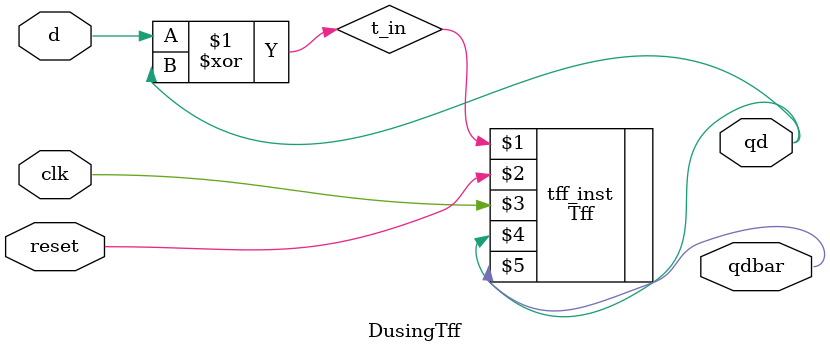
<source format=v>
`timescale 1ns / 1ps
module DusingTff(
    input d,
    input clk,
    input reset,
    output qd,
    output qdbar
);
    
    wire t_in = d ^ qd;

    
    Tff tff_inst(t_in,reset,clk,qd,qdbar);
endmodule


</source>
